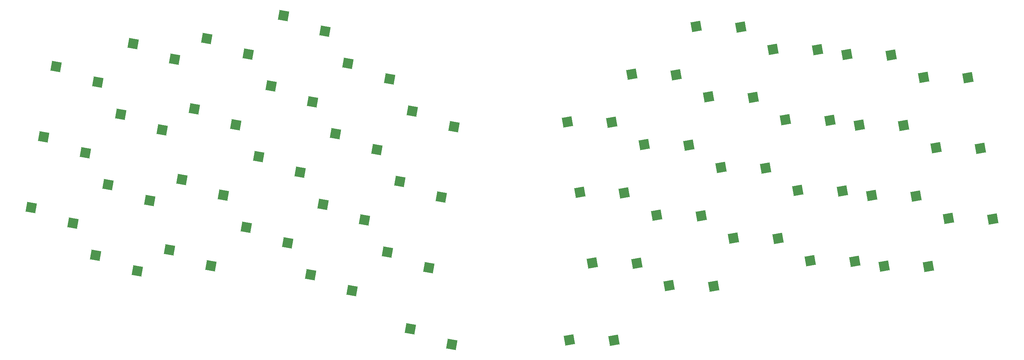
<source format=gbr>
%TF.GenerationSoftware,KiCad,Pcbnew,7.0.5*%
%TF.CreationDate,2023-06-27T22:08:49+09:00*%
%TF.ProjectId,keyboard_011 rev.1.2,6b657962-6f61-4726-945f-303131207265,REV1*%
%TF.SameCoordinates,Original*%
%TF.FileFunction,Paste,Bot*%
%TF.FilePolarity,Positive*%
%FSLAX46Y46*%
G04 Gerber Fmt 4.6, Leading zero omitted, Abs format (unit mm)*
G04 Created by KiCad (PCBNEW 7.0.5) date 2023-06-27 22:08:49*
%MOMM*%
%LPD*%
G01*
G04 APERTURE LIST*
G04 Aperture macros list*
%AMRotRect*
0 Rectangle, with rotation*
0 The origin of the aperture is its center*
0 $1 length*
0 $2 width*
0 $3 Rotation angle, in degrees counterclockwise*
0 Add horizontal line*
21,1,$1,$2,0,0,$3*%
G04 Aperture macros list end*
%ADD10RotRect,2.600000X2.600000X190.000000*%
%ADD11RotRect,2.600000X2.600000X170.000000*%
G04 APERTURE END LIST*
D10*
%TO.C,SW10*%
X170469594Y61650631D03*
X182275390Y61498373D03*
%TD*%
%TO.C,SW32*%
X137089594Y31580631D03*
X148895390Y31428373D03*
%TD*%
D11*
%TO.C,SW39*%
X28003197Y3007991D03*
X39044941Y-1172905D03*
%TD*%
D10*
%TO.C,SW30*%
X102869594Y6210631D03*
X114675390Y6058373D03*
%TD*%
D11*
%TO.C,SW17*%
X51726797Y27854791D03*
X62768541Y23673895D03*
%TD*%
%TO.C,SW40*%
X54483197Y-11342009D03*
X65524941Y-15522905D03*
%TD*%
D10*
%TO.C,SW35*%
X197499594Y18050631D03*
X209305390Y17898373D03*
%TD*%
%TO.C,SW33*%
X157499594Y25510631D03*
X169305390Y25358373D03*
%TD*%
D11*
%TO.C,SW28*%
X31313197Y21767991D03*
X42354941Y17587095D03*
%TD*%
D10*
%TO.C,SW41*%
X96770194Y-14271369D03*
X108575990Y-14423627D03*
%TD*%
D11*
%TO.C,SW36*%
X-29106803Y8247991D03*
X-18065059Y4067095D03*
%TD*%
%TO.C,SW25*%
X-25796803Y26997991D03*
X-14755059Y22817095D03*
%TD*%
%TO.C,SW26*%
X-6213203Y28384891D03*
X4828541Y24203995D03*
%TD*%
D10*
%TO.C,SW11*%
X190885994Y55577431D03*
X202691790Y55425173D03*
%TD*%
%TO.C,SW7*%
X113355994Y56407431D03*
X125161790Y56255173D03*
%TD*%
D11*
%TO.C,SW15*%
X17513197Y53217991D03*
X28554941Y49037095D03*
%TD*%
%TO.C,SW5*%
X55033197Y46597991D03*
X66074941Y42417095D03*
%TD*%
%TO.C,SW1*%
X-19176803Y64517991D03*
X-8135059Y60337095D03*
%TD*%
%TO.C,SW13*%
X-22486803Y45757991D03*
X-11445059Y41577095D03*
%TD*%
%TO.C,SW37*%
X-9516803Y9617991D03*
X1524941Y5437095D03*
%TD*%
%TO.C,SW29*%
X48413197Y9077991D03*
X59454941Y4897095D03*
%TD*%
D10*
%TO.C,SW19*%
X116669594Y37660631D03*
X128475390Y37508373D03*
%TD*%
D11*
%TO.C,SW2*%
X403197Y65907991D03*
X11444941Y61727095D03*
%TD*%
D10*
%TO.C,SW6*%
X96249594Y43720631D03*
X108055390Y43568373D03*
%TD*%
%TO.C,SW43*%
X140389594Y12820631D03*
X152195390Y12668373D03*
%TD*%
%TO.C,SW22*%
X173769594Y42880631D03*
X185575390Y42728373D03*
%TD*%
D11*
%TO.C,SW14*%
X-2906803Y47147991D03*
X8134941Y42967095D03*
%TD*%
D10*
%TO.C,SW18*%
X99559594Y24960631D03*
X111365390Y24808373D03*
%TD*%
%TO.C,SW34*%
X177085994Y24117431D03*
X188891790Y23965173D03*
%TD*%
%TO.C,SW44*%
X160809594Y6750631D03*
X172615390Y6598373D03*
%TD*%
D11*
%TO.C,SW12*%
X-42906803Y39687991D03*
X-31865059Y35507095D03*
%TD*%
%TO.C,SW27*%
X14203197Y34457991D03*
X25244941Y30277095D03*
%TD*%
%TO.C,SW3*%
X20823197Y71977991D03*
X31864941Y67797095D03*
%TD*%
%TO.C,SW4*%
X37933197Y59287991D03*
X48974941Y55107095D03*
%TD*%
D10*
%TO.C,SW9*%
X150879594Y63020631D03*
X162685390Y62868373D03*
%TD*%
%TO.C,SW8*%
X130469594Y69100631D03*
X142275390Y68948373D03*
%TD*%
D11*
%TO.C,SW16*%
X34616797Y40534891D03*
X45658541Y36353995D03*
%TD*%
D10*
%TO.C,SW20*%
X133779594Y50340631D03*
X145585390Y50188373D03*
%TD*%
%TO.C,SW21*%
X154189594Y44270631D03*
X165995390Y44118373D03*
%TD*%
D11*
%TO.C,SW38*%
X10896797Y15694891D03*
X21938541Y11513995D03*
%TD*%
%TO.C,SW24*%
X-46216803Y20927991D03*
X-35175059Y16747095D03*
%TD*%
D10*
%TO.C,SW31*%
X119979594Y18890631D03*
X131785390Y18738373D03*
%TD*%
%TO.C,SW45*%
X180399594Y5360631D03*
X192205390Y5208373D03*
%TD*%
%TO.C,SW42*%
X123289594Y130631D03*
X135095390Y-21627D03*
%TD*%
%TO.C,SW23*%
X194189594Y36810631D03*
X205995390Y36658373D03*
%TD*%
D11*
%TO.C,SW0*%
X-39596803Y58447991D03*
X-28555059Y54267095D03*
%TD*%
M02*

</source>
